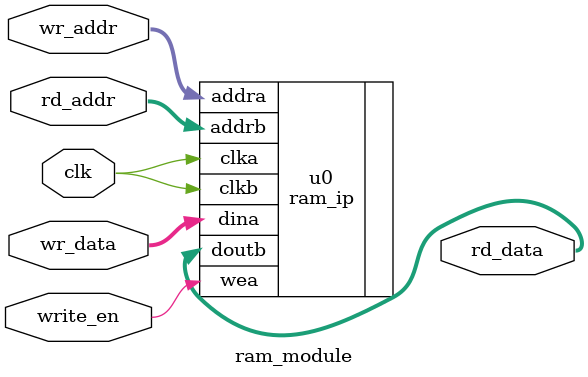
<source format=v>
module ram_module
(
    input clk,
    // input rst_n,
    input write_en,
    input [10:0] wr_addr,
    input [7:0] wr_data,
    input [10:0] rd_addr,
    output [7:0] rd_data
);


    ram_ip u0
    (
        .clka(clk),
        .wea(write_en),
        .addra(wr_addr),
        .dina(wr_data),
        .clkb(clk),
        .addrb(rd_addr),
        .doutb(rd_data)
    );
    
endmodule


</source>
